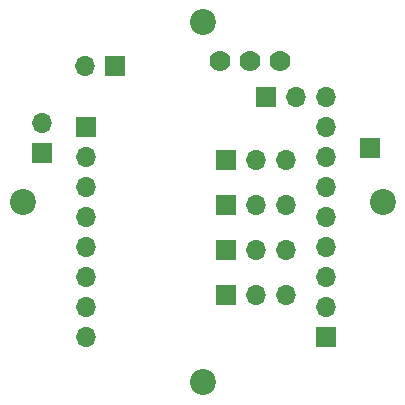
<source format=gbr>
%TF.GenerationSoftware,KiCad,Pcbnew,(7.0.0-0)*%
%TF.CreationDate,2023-10-07T19:29:11-07:00*%
%TF.ProjectId,tiny_rocket_av_bay,74696e79-5f72-46f6-936b-65745f61765f,rev?*%
%TF.SameCoordinates,Original*%
%TF.FileFunction,Soldermask,Top*%
%TF.FilePolarity,Negative*%
%FSLAX46Y46*%
G04 Gerber Fmt 4.6, Leading zero omitted, Abs format (unit mm)*
G04 Created by KiCad (PCBNEW (7.0.0-0)) date 2023-10-07 19:29:11*
%MOMM*%
%LPD*%
G01*
G04 APERTURE LIST*
%ADD10C,2.200000*%
%ADD11R,1.700000X1.700000*%
%ADD12O,1.700000X1.700000*%
%ADD13C,1.778000*%
G04 APERTURE END LIST*
D10*
%TO.C,H4*%
X53530500Y-106426000D03*
%TD*%
D11*
%TO.C,J8*%
X39941499Y-86999999D03*
D12*
X39941499Y-84459999D03*
%TD*%
D10*
%TO.C,H1*%
X38290500Y-91186000D03*
%TD*%
%TO.C,H2*%
X53530500Y-75946000D03*
%TD*%
D11*
%TO.C,U1*%
X64007999Y-102615999D03*
D12*
X64007999Y-100075999D03*
X64007999Y-97535999D03*
X64007999Y-94995999D03*
X64007999Y-92455999D03*
X64007999Y-89915999D03*
X64007999Y-87375999D03*
X64007999Y-84835999D03*
X64007999Y-82295999D03*
X61467999Y-82295999D03*
D11*
X58927999Y-82295999D03*
X43687999Y-84835999D03*
D12*
X43687999Y-87375999D03*
X43687999Y-89915999D03*
X43687999Y-92455999D03*
X43687999Y-94995999D03*
X43687999Y-97535999D03*
X43687999Y-100075999D03*
X43687999Y-102615999D03*
%TD*%
D10*
%TO.C,H3*%
X68770500Y-91186000D03*
%TD*%
D11*
%TO.C,J6*%
X67690999Y-86613999D03*
%TD*%
%TO.C,J4*%
X55498999Y-87629999D03*
D12*
X58038999Y-87629999D03*
X60578999Y-87629999D03*
%TD*%
D11*
%TO.C,J2*%
X55498999Y-91439999D03*
D12*
X58038999Y-91439999D03*
X60578999Y-91439999D03*
%TD*%
D11*
%TO.C,BT1*%
X46100999Y-79628999D03*
D12*
X43560999Y-79628999D03*
%TD*%
D13*
%TO.C,U4*%
X54991000Y-79248000D03*
X57531000Y-79248000D03*
X60071000Y-79248000D03*
%TD*%
D11*
%TO.C,J3*%
X55498999Y-95249999D03*
D12*
X58038999Y-95249999D03*
X60578999Y-95249999D03*
%TD*%
D11*
%TO.C,J5*%
X55498999Y-99059999D03*
D12*
X58038999Y-99059999D03*
X60578999Y-99059999D03*
%TD*%
M02*

</source>
